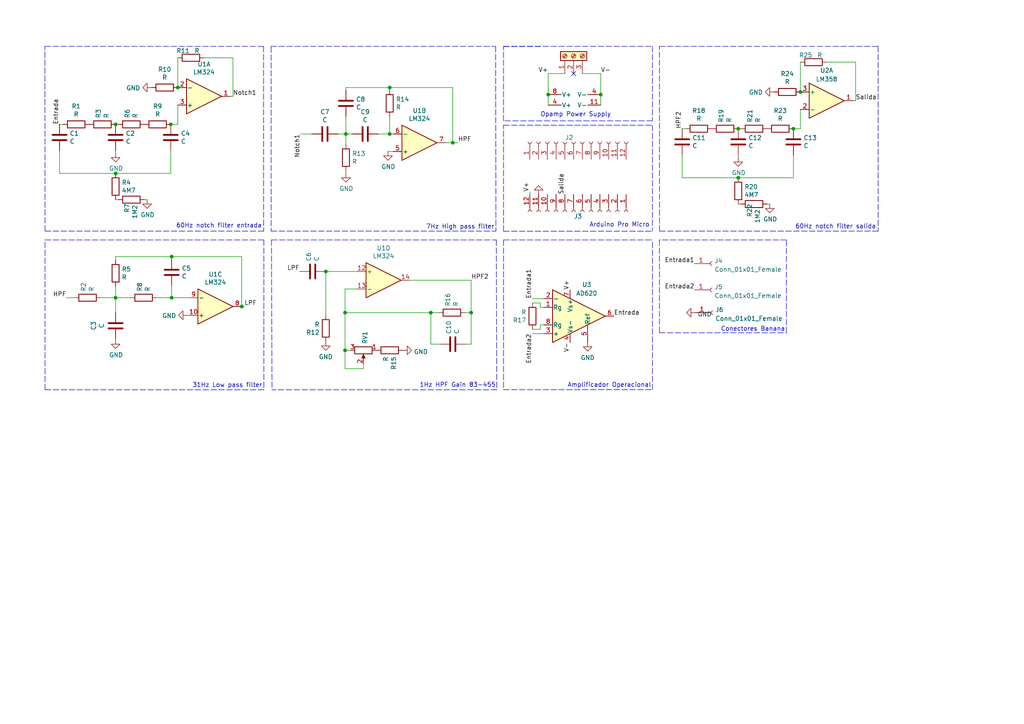
<source format=kicad_sch>
(kicad_sch (version 20211123) (generator eeschema)
  (paper "A4")
  (lib_symbols
    (symbol "Amplifier_Instrumentation:AD620" (pin_names (offset 0.127))
      (property "Reference" "U" (at 3.81 7.62 0))
      (property "Value" "AD620" (at 5.08 5.08 0))
      (symbol "AD620_0_1"
        (polyline (pts (xy -7.62 7.62) (xy -7.62 -7.62) (xy 7.62 0) (xy -7.62 7.62)) (stroke (width 0.254)) (fill (type background)))
      )
      (symbol "AD620_1_1"
        (pin passive line (at -10.16 2.54 0) (length 2.54) (name "Rg") (number "1"))
        (pin input line (at -10.16 5.08 0) (length 2.54) (name "-") (number "2"))
        (pin input line (at -10.16 -5.08 0) (length 2.54) (name "+") (number "3"))
        (pin power_in line (at -2.54 -7.62 90) (length 2.54) (name "Vs-") (number "4"))
        (pin passive line (at 2.54 -7.62 90) (length 5.08) (name "Ref") (number "5"))
        (pin output line (at 10.16 0 180) (length 2.54) (name "~") (number "6"))
        (pin power_in line (at -2.54 7.62 270) (length 2.54) (name "Vs+") (number "7"))
        (pin passive line (at -10.16 -2.54 0) (length 2.54) (name "Rg") (number "8"))
      )
    )
    (symbol "Amplifier_Operational:LM324" (pin_names (offset 0.127))
      (property "Reference" "U" (at 0 5.08 0))
      (property "Value" "LM324" (at 0 -5.08 0))
      (symbol "LM324_1_1"
        (polyline (pts (xy -5.08 5.08) (xy 5.08 0) (xy -5.08 -5.08) (xy -5.08 5.08)) (stroke (width 0.254)) (fill (type background)))
        (pin output line (at 7.62 0 180) (length 2.54) (name "~") (number "1"))
        (pin input line (at -7.62 -2.54 0) (length 2.54) (name "-") (number "2"))
        (pin input line (at -7.62 2.54 0) (length 2.54) (name "+") (number "3"))
      )
      (symbol "LM324_2_1"
        (polyline (pts (xy -5.08 5.08) (xy 5.08 0) (xy -5.08 -5.08) (xy -5.08 5.08)) (stroke (width 0.254)) (fill (type background)))
        (pin input line (at -7.62 2.54 0) (length 2.54) (name "+") (number "5"))
        (pin input line (at -7.62 -2.54 0) (length 2.54) (name "-") (number "6"))
        (pin output line (at 7.62 0 180) (length 2.54) (name "~") (number "7"))
      )
      (symbol "LM324_3_1"
        (polyline (pts (xy -5.08 5.08) (xy 5.08 0) (xy -5.08 -5.08) (xy -5.08 5.08)) (stroke (width 0.254)) (fill (type background)))
        (pin input line (at -7.62 2.54 0) (length 2.54) (name "+") (number "10"))
        (pin output line (at 7.62 0 180) (length 2.54) (name "~") (number "8"))
        (pin input line (at -7.62 -2.54 0) (length 2.54) (name "-") (number "9"))
      )
      (symbol "LM324_4_1"
        (polyline (pts (xy -5.08 5.08) (xy 5.08 0) (xy -5.08 -5.08) (xy -5.08 5.08)) (stroke (width 0.254)) (fill (type background)))
        (pin input line (at -7.62 2.54 0) (length 2.54) (name "+") (number "12"))
        (pin input line (at -7.62 -2.54 0) (length 2.54) (name "-") (number "13"))
        (pin output line (at 7.62 0 180) (length 2.54) (name "~") (number "14"))
      )
      (symbol "LM324_5_1"
        (pin power_in line (at -2.54 -7.62 90) (length 3.81) (name "V-") (number "11"))
        (pin power_in line (at -2.54 7.62 270) (length 3.81) (name "V+") (number "4"))
      )
    )
    (symbol "Amplifier_Operational:LM358" (pin_names (offset 0.127))
      (property "Reference" "U" (at 0 5.08 0))
      (property "Value" "LM358" (at 0 -5.08 0))
      (symbol "LM358_1_1"
        (polyline (pts (xy -5.08 5.08) (xy 5.08 0) (xy -5.08 -5.08) (xy -5.08 5.08)) (stroke (width 0.254)) (fill (type background)))
        (pin output line (at 7.62 0 180) (length 2.54) (name "~") (number "1"))
        (pin input line (at -7.62 -2.54 0) (length 2.54) (name "-") (number "2"))
        (pin input line (at -7.62 2.54 0) (length 2.54) (name "+") (number "3"))
      )
      (symbol "LM358_2_1"
        (polyline (pts (xy -5.08 5.08) (xy 5.08 0) (xy -5.08 -5.08) (xy -5.08 5.08)) (stroke (width 0.254)) (fill (type background)))
        (pin input line (at -7.62 2.54 0) (length 2.54) (name "+") (number "5"))
        (pin input line (at -7.62 -2.54 0) (length 2.54) (name "-") (number "6"))
        (pin output line (at 7.62 0 180) (length 2.54) (name "~") (number "7"))
      )
      (symbol "LM358_3_1"
        (pin power_in line (at -2.54 -7.62 90) (length 3.81) (name "V-") (number "4"))
        (pin power_in line (at -2.54 7.62 270) (length 3.81) (name "V+") (number "8"))
      )
    )
    (symbol "Conn_01x12_Female_1" (pin_names (offset 1.016) hide)
      (property "Reference" "J" (at 0 15.24 0))
      (property "Value" "Conn_01x12_Female_1" (at 0 -17.78 0))
      (symbol "Conn_01x12_Female_1_1_1"
        (arc (start 0 -14.732) (mid -0.508 -15.24) (end 0 -15.748) (stroke (width 0.1524)))
        (arc (start 0 -12.192) (mid -0.508 -12.7) (end 0 -13.208) (stroke (width 0.1524)))
        (arc (start 0 -9.652) (mid -0.508 -10.16) (end 0 -10.668) (stroke (width 0.1524)))
        (arc (start 0 -7.112) (mid -0.508 -7.62) (end 0 -8.128) (stroke (width 0.1524)))
        (arc (start 0 -4.572) (mid -0.508 -5.08) (end 0 -5.588) (stroke (width 0.1524)))
        (arc (start 0 -2.032) (mid -0.508 -2.54) (end 0 -3.048) (stroke (width 0.1524)))
        (polyline (pts (xy -1.27 -15.24) (xy -0.508 -15.24)) (stroke (width 0.1524)))
        (polyline (pts (xy -1.27 -12.7) (xy -0.508 -12.7)) (stroke (width 0.1524)))
        (polyline (pts (xy -1.27 -10.16) (xy -0.508 -10.16)) (stroke (width 0.1524)))
        (polyline (pts (xy -1.27 -7.62) (xy -0.508 -7.62)) (stroke (width 0.1524)))
        (polyline (pts (xy -1.27 -5.08) (xy -0.508 -5.08)) (stroke (width 0.1524)))
        (polyline (pts (xy -1.27 -2.54) (xy -0.508 -2.54)) (stroke (width 0.1524)))
        (polyline (pts (xy -1.27 0) (xy -0.508 0)) (stroke (width 0.1524)))
        (polyline (pts (xy -1.27 2.54) (xy -0.508 2.54)) (stroke (width 0.1524)))
        (polyline (pts (xy -1.27 5.08) (xy -0.508 5.08)) (stroke (width 0.1524)))
        (polyline (pts (xy -1.27 7.62) (xy -0.508 7.62)) (stroke (width 0.1524)))
        (polyline (pts (xy -1.27 10.16) (xy -0.508 10.16)) (stroke (width 0.1524)))
        (polyline (pts (xy -1.27 12.7) (xy -0.508 12.7)) (stroke (width 0.1524)))
        (arc (start 0 0.508) (mid -0.508 0) (end 0 -0.508) (stroke (width 0.1524)))
        (arc (start 0 3.048) (mid -0.508 2.54) (end 0 2.032) (stroke (width 0.1524)))
        (arc (start 0 5.588) (mid -0.508 5.08) (end 0 4.572) (stroke (width 0.1524)))
        (arc (start 0 8.128) (mid -0.508 7.62) (end 0 7.112) (stroke (width 0.1524)))
        (arc (start 0 10.668) (mid -0.508 10.16) (end 0 9.652) (stroke (width 0.1524)))
        (arc (start 0 13.208) (mid -0.508 12.7) (end 0 12.192) (stroke (width 0.1524)))
        (pin passive line (at -5.08 12.7 0) (length 3.81) (name "Pin_1") (number "1"))
        (pin passive line (at -5.08 -10.16 0) (length 3.81) (name "Pin_10") (number "10"))
        (pin passive line (at -5.08 -12.7 0) (length 3.81) (name "Pin_11") (number "11"))
        (pin passive line (at -5.08 -15.24 0) (length 3.81) (name "Pin_12") (number "12"))
        (pin passive line (at -5.08 10.16 0) (length 3.81) (name "Pin_2") (number "2"))
        (pin passive line (at -5.08 7.62 0) (length 3.81) (name "Pin_3") (number "3"))
        (pin passive line (at -5.08 5.08 0) (length 3.81) (name "Pin_4") (number "4"))
        (pin passive line (at -5.08 2.54 0) (length 3.81) (name "Pin_5") (number "5"))
        (pin passive line (at -5.08 0 0) (length 3.81) (name "Pin_6") (number "6"))
        (pin passive line (at -5.08 -2.54 0) (length 3.81) (name "Pin_7") (number "7"))
        (pin passive line (at -5.08 -5.08 0) (length 3.81) (name "Pin_8") (number "8"))
        (pin passive line (at -5.08 -7.62 0) (length 3.81) (name "Pin_9") (number "9"))
      )
    )
    (symbol "Connector:Conn_01x01_Female" (pin_names (offset 1.016) hide)
      (property "Reference" "J" (at 0 2.54 0))
      (property "Value" "Conn_01x01_Female" (at 0 -2.54 0))
      (symbol "Conn_01x01_Female_1_1"
        (polyline (pts (xy -1.27 0) (xy -0.508 0)) (stroke (width 0.1524)))
        (arc (start 0 0.508) (mid -0.508 0) (end 0 -0.508) (stroke (width 0.1524)))
        (pin passive line (at -5.08 0 0) (length 3.81) (name "Pin_1") (number "1"))
      )
    )
    (symbol "Connector:Conn_01x12_Female" (pin_names (offset 1.016) hide)
      (property "Reference" "J" (at 0 15.24 0))
      (property "Value" "Conn_01x12_Female" (at 0 -17.78 0))
      (symbol "Conn_01x12_Female_1_1"
        (arc (start 0 -14.732) (mid -0.508 -15.24) (end 0 -15.748) (stroke (width 0.1524)))
        (arc (start 0 -12.192) (mid -0.508 -12.7) (end 0 -13.208) (stroke (width 0.1524)))
        (arc (start 0 -9.652) (mid -0.508 -10.16) (end 0 -10.668) (stroke (width 0.1524)))
        (arc (start 0 -7.112) (mid -0.508 -7.62) (end 0 -8.128) (stroke (width 0.1524)))
        (arc (start 0 -4.572) (mid -0.508 -5.08) (end 0 -5.588) (stroke (width 0.1524)))
        (arc (start 0 -2.032) (mid -0.508 -2.54) (end 0 -3.048) (stroke (width 0.1524)))
        (polyline (pts (xy -1.27 -15.24) (xy -0.508 -15.24)) (stroke (width 0.1524)))
        (polyline (pts (xy -1.27 -12.7) (xy -0.508 -12.7)) (stroke (width 0.1524)))
        (polyline (pts (xy -1.27 -10.16) (xy -0.508 -10.16)) (stroke (width 0.1524)))
        (polyline (pts (xy -1.27 -7.62) (xy -0.508 -7.62)) (stroke (width 0.1524)))
        (polyline (pts (xy -1.27 -5.08) (xy -0.508 -5.08)) (stroke (width 0.1524)))
        (polyline (pts (xy -1.27 -2.54) (xy -0.508 -2.54)) (stroke (width 0.1524)))
        (polyline (pts (xy -1.27 0) (xy -0.508 0)) (stroke (width 0.1524)))
        (polyline (pts (xy -1.27 2.54) (xy -0.508 2.54)) (stroke (width 0.1524)))
        (polyline (pts (xy -1.27 5.08) (xy -0.508 5.08)) (stroke (width 0.1524)))
        (polyline (pts (xy -1.27 7.62) (xy -0.508 7.62)) (stroke (width 0.1524)))
        (polyline (pts (xy -1.27 10.16) (xy -0.508 10.16)) (stroke (width 0.1524)))
        (polyline (pts (xy -1.27 12.7) (xy -0.508 12.7)) (stroke (width 0.1524)))
        (arc (start 0 0.508) (mid -0.508 0) (end 0 -0.508) (stroke (width 0.1524)))
        (arc (start 0 3.048) (mid -0.508 2.54) (end 0 2.032) (stroke (width 0.1524)))
        (arc (start 0 5.588) (mid -0.508 5.08) (end 0 4.572) (stroke (width 0.1524)))
        (arc (start 0 8.128) (mid -0.508 7.62) (end 0 7.112) (stroke (width 0.1524)))
        (arc (start 0 10.668) (mid -0.508 10.16) (end 0 9.652) (stroke (width 0.1524)))
        (arc (start 0 13.208) (mid -0.508 12.7) (end 0 12.192) (stroke (width 0.1524)))
        (pin passive line (at -5.08 12.7 0) (length 3.81) (name "Pin_1") (number "1"))
        (pin passive line (at -5.08 -10.16 0) (length 3.81) (name "Pin_10") (number "10"))
        (pin passive line (at -5.08 -12.7 0) (length 3.81) (name "Pin_11") (number "11"))
        (pin passive line (at -5.08 -15.24 0) (length 3.81) (name "Pin_12") (number "12"))
        (pin passive line (at -5.08 10.16 0) (length 3.81) (name "Pin_2") (number "2"))
        (pin passive line (at -5.08 7.62 0) (length 3.81) (name "Pin_3") (number "3"))
        (pin passive line (at -5.08 5.08 0) (length 3.81) (name "Pin_4") (number "4"))
        (pin passive line (at -5.08 2.54 0) (length 3.81) (name "Pin_5") (number "5"))
        (pin passive line (at -5.08 0 0) (length 3.81) (name "Pin_6") (number "6"))
        (pin passive line (at -5.08 -2.54 0) (length 3.81) (name "Pin_7") (number "7"))
        (pin passive line (at -5.08 -5.08 0) (length 3.81) (name "Pin_8") (number "8"))
        (pin passive line (at -5.08 -7.62 0) (length 3.81) (name "Pin_9") (number "9"))
      )
    )
    (symbol "Connector:Screw_Terminal_01x03" (pin_names (offset 1.016) hide)
      (property "Reference" "J" (at 0 5.08 0))
      (property "Value" "Screw_Terminal_01x03" (at 0 -5.08 0))
      (symbol "Screw_Terminal_01x03_1_1"
        (rectangle (start -1.27 3.81) (end 1.27 -3.81) (stroke (width 0.254)) (fill (type background)))
        (circle (center 0 -2.54) (radius 0.635) (stroke (width 0.1524)))
        (polyline (pts (xy -0.5334 -2.2098) (xy 0.3302 -3.048)) (stroke (width 0.1524)))
        (polyline (pts (xy -0.5334 0.3302) (xy 0.3302 -0.508)) (stroke (width 0.1524)))
        (polyline (pts (xy -0.5334 2.8702) (xy 0.3302 2.032)) (stroke (width 0.1524)))
        (polyline (pts (xy -0.3556 -2.032) (xy 0.508 -2.8702)) (stroke (width 0.1524)))
        (polyline (pts (xy -0.3556 0.508) (xy 0.508 -0.3302)) (stroke (width 0.1524)))
        (polyline (pts (xy -0.3556 3.048) (xy 0.508 2.2098)) (stroke (width 0.1524)))
        (circle (center 0 0) (radius 0.635) (stroke (width 0.1524)))
        (circle (center 0 2.54) (radius 0.635) (stroke (width 0.1524)))
        (pin passive line (at -5.08 2.54 0) (length 3.81) (name "Pin_1") (number "1"))
        (pin passive line (at -5.08 0 0) (length 3.81) (name "Pin_2") (number "2"))
        (pin passive line (at -5.08 -2.54 0) (length 3.81) (name "Pin_3") (number "3"))
      )
    )
    (symbol "Device:C" (pin_numbers hide) (pin_names (offset 0.254))
      (property "Reference" "C" (at 0.635 2.54 0))
      (property "Value" "C" (at 0.635 -2.54 0))
      (symbol "C_0_1"
        (polyline (pts (xy -2.032 -0.762) (xy 2.032 -0.762)) (stroke (width 0.508)))
        (polyline (pts (xy -2.032 0.762) (xy 2.032 0.762)) (stroke (width 0.508)))
      )
      (symbol "C_1_1"
        (pin passive line (at 0 3.81 270) (length 2.794) (name "~") (number "1"))
        (pin passive line (at 0 -3.81 90) (length 2.794) (name "~") (number "2"))
      )
    )
    (symbol "Device:R" (pin_numbers hide) (pin_names (offset 0))
      (property "Reference" "R" (at 2.032 0 90))
      (property "Value" "R" (at 0 0 90))
      (symbol "R_0_1"
        (rectangle (start -1.016 -2.54) (end 1.016 2.54) (stroke (width 0.254)))
      )
      (symbol "R_1_1"
        (pin passive line (at 0 3.81 270) (length 1.27) (name "~") (number "1"))
        (pin passive line (at 0 -3.81 90) (length 1.27) (name "~") (number "2"))
      )
    )
    (symbol "Device:R_Potentiometer" (pin_names (offset 1.016) hide)
      (property "Reference" "RV" (at -4.445 0 90))
      (property "Value" "R_Potentiometer" (at -2.54 0 90))
      (symbol "R_Potentiometer_0_1"
        (polyline (pts (xy 2.54 0) (xy 1.524 0)))
        (polyline (pts (xy 1.143 0) (xy 2.286 0.508) (xy 2.286 -0.508) (xy 1.143 0)) (fill (type outline)))
        (rectangle (start 1.016 2.54) (end -1.016 -2.54) (stroke (width 0.254)))
      )
      (symbol "R_Potentiometer_1_1"
        (pin passive line (at 0 3.81 270) (length 1.27) (name "1") (number "1"))
        (pin passive line (at 3.81 0 180) (length 1.27) (name "2") (number "2"))
        (pin passive line (at 0 -3.81 90) (length 1.27) (name "3") (number "3"))
      )
    )
    (symbol "power:GND" (power) (pin_names (offset 0))
      (property "Value" "GND" (at 0 -3.81 0))
      (symbol "GND_0_1"
        (polyline (pts (xy 0 0) (xy 0 -1.27) (xy 1.27 -1.27) (xy 0 -2.54) (xy -1.27 -1.27) (xy 0 -1.27)))
      )
      (symbol "GND_1_1"
        (pin power_in line (at 0 0 270) (length 0) hide (name "GND") (number "1"))
      )
    )
  )
  (junction (at 33.528 86.36))
  (junction (at 214.122 51.562))
  (junction (at 113.03 38.862))
  (junction (at 100.076 101.6))
  (junction (at 33.528 36.068))
  (junction (at 131.318 41.402))
  (junction (at 174.244 27.432))
  (junction (at 159.004 27.432))
  (junction (at 100.076 90.678))
  (junction (at 124.968 90.678))
  (junction (at 136.652 90.678))
  (junction (at 70.104 88.9))
  (junction (at 230.124 37.338))
  (junction (at 49.784 86.36))
  (junction (at 49.784 74.422))
  (junction (at 51.562 25.4))
  (junction (at 232.156 26.67))
  (junction (at 113.03 25.4))
  (junction (at 214.122 37.338))
  (junction (at 33.528 50.292))
  (junction (at 100.33 38.862))
  (junction (at 94.488 78.74))
  (junction (at 49.53 36.068))
  (no_connect (at 166.37 21.336))
  (polyline (pts (xy 191.262 13.462) (xy 254.6858 13.462)))
  (wire (pts (xy 214.122 51.562) (xy 230.124 51.562)))
  (wire (pts (xy 174.244 21.336) (xy 168.91 21.336)))
  (polyline (pts (xy 146.05 113.03) (xy 189.23 113.03)))
  (wire (pts (xy 197.866 51.562) (xy 197.866 44.958)))
  (wire (pts (xy 230.124 44.958) (xy 230.124 51.562)))
  (wire (pts (xy 49.784 82.804) (xy 49.784 86.36)))
  (wire (pts (xy 154.432 86.614) (xy 157.734 86.614)))
  (wire (pts (xy 223.266 59.182) (xy 222.504 59.182)))
  (wire (pts (xy 135.128 99.822) (xy 136.652 99.822)))
  (polyline (pts (xy 144.0942 113.0554) (xy 78.8924 113.0554)))
  (polyline (pts (xy 254.6858 13.462) (xy 254.7112 67.0306)))
  (wire (pts (xy 112.522 43.942) (xy 114.046 43.942)))
  (wire (pts (xy 33.528 86.36) (xy 37.846 86.36)))
  (polyline (pts (xy 146.05 35.052) (xy 146.05 13.462)))
  (polyline (pts (xy 228.092 69.596) (xy 191.262 69.596)))
  (polyline (pts (xy 76.454 13.462) (xy 76.4794 67.0306)))
  (wire (pts (xy 100.076 83.82) (xy 100.076 90.678)))
  (wire (pts (xy 113.03 25.4) (xy 113.03 26.162)))
  (polyline (pts (xy 78.6384 67.0306) (xy 143.8402 67.0306)))
  (wire (pts (xy 49.784 86.36) (xy 54.864 86.36)))
  (wire (pts (xy 33.528 74.422) (xy 49.784 74.422)))
  (wire (pts (xy 29.21 86.36) (xy 33.528 86.36)))
  (wire (pts (xy 100.33 33.782) (xy 100.33 38.862)))
  (wire (pts (xy 124.968 90.678) (xy 124.968 99.822)))
  (wire (pts (xy 230.124 37.338) (xy 232.156 37.338)))
  (polyline (pts (xy 146.05 36.322) (xy 189.23 36.322)))
  (wire (pts (xy 51.562 16.764) (xy 51.562 25.4)))
  (wire (pts (xy 94.488 78.74) (xy 103.632 78.74)))
  (polyline (pts (xy 76.5302 113.0554) (xy 13.0556 113.0554)))
  (wire (pts (xy 105.41 106.934) (xy 100.076 106.934)))
  (wire (pts (xy 124.968 99.822) (xy 127.508 99.822)))
  (wire (pts (xy 174.244 21.336) (xy 174.244 27.432)))
  (wire (pts (xy 33.528 43.688) (xy 33.528 44.45)))
  (wire (pts (xy 49.784 74.422) (xy 49.784 75.184)))
  (wire (pts (xy 197.866 51.562) (xy 214.122 51.562)))
  (wire (pts (xy 159.004 21.336) (xy 159.004 27.432)))
  (wire (pts (xy 129.286 41.402) (xy 131.318 41.402)))
  (wire (pts (xy 247.396 29.21) (xy 248.158 29.21)))
  (polyline (pts (xy 13.0556 67.0306) (xy 13.0302 13.462)))
  (polyline (pts (xy 189.23 35.052) (xy 146.05 35.052)))
  (wire (pts (xy 100.33 38.862) (xy 100.33 41.91)))
  (wire (pts (xy 131.318 41.402) (xy 132.842 41.402)))
  (wire (pts (xy 33.528 50.292) (xy 49.53 50.292)))
  (wire (pts (xy 157.734 89.154) (xy 156.718 89.154)))
  (wire (pts (xy 66.802 27.94) (xy 67.564 27.94)))
  (wire (pts (xy 174.244 30.48) (xy 174.244 27.432)))
  (wire (pts (xy 153.67 55.626) (xy 153.67 56.388)))
  (polyline (pts (xy 189.23 36.322) (xy 189.23 67.056)))
  (polyline (pts (xy 228.092 96.52) (xy 228.092 69.596)))
  (wire (pts (xy 33.528 75.438) (xy 33.528 74.422)))
  (wire (pts (xy 17.272 36.068) (xy 18.288 36.068)))
  (wire (pts (xy 159.004 27.432) (xy 159.004 30.48)))
  (polyline (pts (xy 191.262 96.52) (xy 228.092 96.52)))
  (wire (pts (xy 113.03 38.862) (xy 114.046 38.862)))
  (polyline (pts (xy 13.0302 13.462) (xy 76.454 13.462)))
  (wire (pts (xy 131.318 25.4) (xy 131.318 41.402)))
  (wire (pts (xy 17.272 50.292) (xy 33.528 50.292)))
  (polyline (pts (xy 76.5302 69.596) (xy 76.5302 113.0554)))
  (wire (pts (xy 100.076 90.678) (xy 124.968 90.678)))
  (wire (pts (xy 105.41 105.41) (xy 105.41 106.934)))
  (polyline (pts (xy 143.764 13.462) (xy 143.8402 67.0306)))
  (wire (pts (xy 156.718 87.884) (xy 154.432 87.884)))
  (wire (pts (xy 136.652 90.678) (xy 136.652 81.28)))
  (wire (pts (xy 54.356 91.44) (xy 54.864 91.44)))
  (polyline (pts (xy 191.2874 67.0306) (xy 191.262 13.462)))
  (wire (pts (xy 42.672 57.912) (xy 41.91 57.912)))
  (wire (pts (xy 248.158 18.034) (xy 248.158 29.21)))
  (wire (pts (xy 134.874 90.678) (xy 136.652 90.678)))
  (wire (pts (xy 100.076 83.82) (xy 103.632 83.82)))
  (polyline (pts (xy 146.05 69.596) (xy 146.05 113.03)))
  (polyline (pts (xy 78.74 69.596) (xy 78.8924 113.0554)))
  (wire (pts (xy 157.734 94.234) (xy 156.718 94.234)))
  (wire (pts (xy 49.53 43.688) (xy 49.53 50.292)))
  (wire (pts (xy 232.156 18.034) (xy 232.156 26.67)))
  (polyline (pts (xy 146.05 67.056) (xy 146.05 36.322)))
  (wire (pts (xy 100.076 90.678) (xy 100.076 101.6)))
  (polyline (pts (xy 76.4794 67.0306) (xy 13.0556 67.0306)))
  (polyline (pts (xy 189.23 113.03) (xy 189.23 69.596)))
  (polyline (pts (xy 146.05 13.462) (xy 156.718 13.462)))
  (wire (pts (xy 94.488 78.74) (xy 94.488 91.44)))
  (wire (pts (xy 34.29 57.912) (xy 33.528 57.912)))
  (polyline (pts (xy 78.74 69.596) (xy 143.9418 69.596)))
  (wire (pts (xy 214.122 44.958) (xy 214.122 45.72)))
  (wire (pts (xy 100.33 49.53) (xy 100.33 50.292)))
  (wire (pts (xy 154.432 96.774) (xy 157.734 96.774)))
  (wire (pts (xy 156.718 89.154) (xy 156.718 87.884)))
  (wire (pts (xy 33.528 36.068) (xy 34.29 36.068)))
  (polyline (pts (xy 78.5876 13.462) (xy 143.764 13.462)))
  (wire (pts (xy 49.53 36.068) (xy 51.562 36.068)))
  (wire (pts (xy 33.528 98.298) (xy 33.528 98.552)))
  (wire (pts (xy 17.272 50.292) (xy 17.272 43.688)))
  (wire (pts (xy 45.466 86.36) (xy 49.784 86.36)))
  (wire (pts (xy 100.33 25.4) (xy 113.03 25.4)))
  (wire (pts (xy 163.83 21.336) (xy 159.004 21.336)))
  (wire (pts (xy 136.652 90.678) (xy 136.652 99.822)))
  (wire (pts (xy 214.122 37.338) (xy 214.884 37.338)))
  (wire (pts (xy 98.044 38.862) (xy 100.33 38.862)))
  (polyline (pts (xy 254.7112 67.0306) (xy 191.2874 67.0306)))
  (wire (pts (xy 248.158 18.034) (xy 239.776 18.034)))
  (wire (pts (xy 70.104 88.9) (xy 70.866 88.9)))
  (polyline (pts (xy 146.05 67.056) (xy 189.23 67.056)))
  (wire (pts (xy 124.968 90.678) (xy 127.254 90.678)))
  (wire (pts (xy 70.104 74.422) (xy 70.104 88.9)))
  (wire (pts (xy 214.884 59.182) (xy 214.122 59.182)))
  (polyline (pts (xy 78.6384 13.5636) (xy 78.6384 67.0306)))
  (polyline (pts (xy 146.05 13.462) (xy 189.23 13.462)))
  (wire (pts (xy 51.562 30.48) (xy 51.562 36.068)))
  (wire (pts (xy 232.156 31.75) (xy 232.156 37.338)))
  (polyline (pts (xy 13.0556 113.0554) (xy 13.0556 69.596)))
  (wire (pts (xy 49.784 74.422) (xy 70.104 74.422)))
  (polyline (pts (xy 13.0556 69.596) (xy 76.5048 69.596)))
  (wire (pts (xy 113.03 25.4) (xy 131.318 25.4)))
  (wire (pts (xy 113.03 33.782) (xy 113.03 38.862)))
  (wire (pts (xy 197.866 37.338) (xy 198.882 37.338)))
  (wire (pts (xy 19.2278 86.36) (xy 21.59 86.36)))
  (wire (pts (xy 90.424 38.862) (xy 87.249 38.862)))
  (wire (pts (xy 100.33 25.4) (xy 100.33 26.162)))
  (polyline (pts (xy 189.23 13.462) (xy 189.23 35.052)))
  (wire (pts (xy 33.528 83.058) (xy 33.528 86.36)))
  (wire (pts (xy 154.432 95.504) (xy 156.718 95.504)))
  (wire (pts (xy 156.718 94.234) (xy 156.718 95.504)))
  (wire (pts (xy 33.528 86.36) (xy 33.528 90.678)))
  (polyline (pts (xy 143.9418 69.596) (xy 144.0942 113.0554)))
  (wire (pts (xy 67.564 16.764) (xy 67.564 27.94)))
  (wire (pts (xy 100.076 106.934) (xy 100.076 101.6)))
  (polyline (pts (xy 191.262 69.596) (xy 191.262 96.52)))
  (wire (pts (xy 136.652 81.28) (xy 118.872 81.28)))
  (wire (pts (xy 109.728 38.862) (xy 113.03 38.862)))
  (wire (pts (xy 100.076 101.6) (xy 101.6 101.6)))
  (wire (pts (xy 100.33 38.862) (xy 102.108 38.862)))
  (polyline (pts (xy 146.05 69.596) (xy 189.23 69.596)))
  (wire (pts (xy 67.564 16.764) (xy 59.182 16.764)))
  (text "Conectores Banana\n" (at 209.042 96.266 0) (effects (font (size 1.27 1.27)) (justify left bottom)))
  (text "7Hz High pass filter" (at 123.571 66.6242 0) (effects (font (size 1.27 1.27)) (justify left bottom)))
  (text "Opamp Power Supply\n" (at 156.718 34.036 0) (effects (font (size 1.27 1.27)) (justify left bottom)))
  (text "Arduino Pro Micro\n" (at 170.942 66.04 0) (effects (font (size 1.27 1.27)) (justify left bottom)))
  (text "31Hz Low pass filter" (at 55.7784 112.5728 0) (effects (font (size 1.27 1.27)) (justify left bottom)))
  (text "60Hz notch filter entrada\n" (at 51.054 66.294 0) (effects (font (size 1.27 1.27)) (justify left bottom)))
  (text "60Hz notch filter salida\n" (at 230.632 66.548 0) (effects (font (size 1.27 1.27)) (justify left bottom)))
  (text "1Hz HPF Gain 83-455" (at 121.666 112.522 0) (effects (font (size 1.27 1.27)) (justify left bottom)))
  (text "Amplificador Operacional\n" (at 164.592 112.522 0) (effects (font (size 1.27 1.27)) (justify left bottom)))
  (label "V+" (at 153.67 55.626 90))
  (label "Entrada" (at 17.272 36.068 90))
  (label "Salida" (at 248.158 29.21 0))
  (label "Entrada2" (at 154.432 96.774 270))
  (label "Entrada2" (at 201.422 84.074 180))
  (label "Entrada1" (at 201.422 76.454 180))
  (label "LPF" (at 70.866 88.9 0))
  (label "Salida" (at 163.83 56.388 90))
  (label "V-" (at 174.244 21.336 0))
  (label "HPF" (at 19.2278 86.36 180))
  (label "Notch1" (at 67.564 27.94 0))
  (label "HPF2" (at 197.866 37.338 90))
  (label "Entrada1" (at 154.432 86.614 90))
  (label "Notch1" (at 87.249 38.862 270))
  (label "V+" (at 165.354 84.074 90))
  (label "V+" (at 159.004 21.336 180))
  (label "LPF" (at 86.868 78.74 180))
  (label "V-" (at 165.354 99.314 270))
  (label "HPF2" (at 136.652 81.28 0))
  (label "HPF" (at 132.842 41.402 0))
  (label "Entrada" (at 178.054 91.694 0))
  (symbol (lib_id "Amplifier_Operational:LM324") (at 59.182 27.94 0) (mirror x) (unit 1)
    (property "Reference" "U1" (at 59.182 18.6182 0))
    (property "Value" "LM324" (at 59.182 20.9296 0))
    (property "Footprint" "Package_DIP:DIP-14_W7.62mm" (effects hide))
    (property "Datasheet" "http://www.ti.com/lit/ds/symlink/lm2902-n.pdf" (effects hide))
  )
  (symbol (lib_id "Amplifier_Operational:LM324") (at 121.666 41.402 0) (mirror x) (unit 2)
    (property "Reference" "U1" (at 121.666 32.0802 0))
    (property "Value" "LM324" (at 121.666 34.3916 0))
    (property "Footprint" "Package_DIP:DIP-14_W7.62mm" (effects hide))
    (property "Datasheet" "http://www.ti.com/lit/ds/symlink/lm2902-n.pdf" (effects hide))
  )
  (symbol (lib_id "Amplifier_Operational:LM324") (at 62.484 88.9 0) (mirror x) (unit 3)
    (property "Reference" "U1" (at 62.484 79.5782 0))
    (property "Value" "LM324" (at 62.484 81.8896 0))
    (property "Footprint" "Package_DIP:DIP-14_W7.62mm" (effects hide))
    (property "Datasheet" "http://www.ti.com/lit/ds/symlink/lm2902-n.pdf" (effects hide))
  )
  (symbol (lib_id "Amplifier_Operational:LM324") (at 111.252 81.28 0) (unit 4)
    (property "Reference" "U1" (at 111.252 71.9582 0))
    (property "Value" "LM324" (at 111.252 74.2696 0))
    (property "Footprint" "Package_DIP:DIP-14_W7.62mm" (effects hide))
    (property "Datasheet" "http://www.ti.com/lit/ds/symlink/lm2902-n.pdf" (effects hide))
  )
  (symbol (lib_id "Amplifier_Operational:LM324") (at 166.624 27.94 90) (unit 5)
    (property "Reference" "U1" (effects hide))
    (property "Value" "LM324" (effects hide))
    (property "Footprint" "Package_DIP:DIP-14_W7.62mm" (effects hide))
    (property "Datasheet" "http://www.ti.com/lit/ds/symlink/lm2902-n.pdf" (effects hide))
  )
  (symbol (lib_id "Device:R") (at 22.098 36.068 90) (unit 1)
    (property "Reference" "R1" (at 22.098 30.8102 90))
    (property "Value" "R" (at 22.098 33.1216 90))
    (property "Footprint" "Resistor_THT:R_Axial_DIN0207_L6.3mm_D2.5mm_P10.16mm_Horizontal" (effects hide))
  )
  (symbol (lib_id "Device:C") (at 17.272 39.878 0) (unit 1)
    (property "Reference" "C1" (at 20.193 38.7096 0) (effects (justify left)))
    (property "Value" "C" (at 20.193 41.021 0) (effects (justify left)))
    (property "Footprint" "Capacitor_THT:C_Disc_D6.0mm_W2.5mm_P5.00mm" (effects hide))
  )
  (symbol (lib_id "Device:R") (at 45.72 36.068 90) (unit 1)
    (property "Reference" "R9" (at 45.72 30.8102 90))
    (property "Value" "R" (at 45.72 33.1216 90))
    (property "Footprint" "Resistor_THT:R_Axial_DIN0207_L6.3mm_D2.5mm_P10.16mm_Horizontal" (effects hide))
  )
  (symbol (lib_id "Device:R") (at 33.528 54.102 0) (unit 1)
    (property "Reference" "R4" (at 35.306 52.9336 0) (effects (justify left)))
    (property "Value" "4M7" (at 35.306 55.245 0) (effects (justify left)))
    (property "Footprint" "Resistor_THT:R_Axial_DIN0207_L6.3mm_D2.5mm_P10.16mm_Horizontal" (effects hide))
  )
  (symbol (lib_id "Device:C") (at 33.528 39.878 0) (unit 1)
    (property "Reference" "C2" (at 36.449 38.7096 0) (effects (justify left)))
    (property "Value" "C" (at 36.449 41.021 0) (effects (justify left)))
    (property "Footprint" "Capacitor_THT:C_Disc_D6.0mm_W2.5mm_P5.00mm" (effects hide))
  )
  (symbol (lib_id "Device:C") (at 49.53 39.878 0) (unit 1)
    (property "Reference" "C4" (at 52.451 38.7096 0) (effects (justify left)))
    (property "Value" "C" (at 52.451 41.021 0) (effects (justify left)))
    (property "Footprint" "Capacitor_THT:C_Disc_D6.0mm_W2.5mm_P5.00mm" (effects hide))
  )
  (symbol (lib_id "power:GND") (at 33.528 44.45 0) (unit 1)
    (property "Reference" "#PWR01" (effects hide))
    (property "Value" "GND" (at 33.655 48.8442 0))
  )
  (symbol (lib_id "power:GND") (at 42.672 57.912 0) (unit 1)
    (property "Reference" "#PWR03" (effects hide))
    (property "Value" "GND" (at 42.799 62.3062 0))
  )
  (symbol (lib_id "Device:R") (at 47.752 25.4 90) (unit 1)
    (property "Reference" "R10" (at 47.752 20.1422 90))
    (property "Value" "R" (at 47.752 22.4536 90))
    (property "Footprint" "Resistor_THT:R_Axial_DIN0207_L6.3mm_D2.5mm_P10.16mm_Horizontal" (effects hide))
  )
  (symbol (lib_id "power:GND") (at 43.942 25.4 270) (unit 1)
    (property "Reference" "#PWR04" (effects hide))
    (property "Value" "GND" (at 40.6908 25.527 90) (effects (justify right)))
  )
  (symbol (lib_id "Device:R") (at 55.372 16.764 90) (unit 1)
    (property "Reference" "R11" (at 53.086 14.732 90))
    (property "Value" "R" (at 57.15 14.732 90))
    (property "Footprint" "Resistor_THT:R_Axial_DIN0207_L6.3mm_D2.5mm_P10.16mm_Horizontal" (effects hide))
  )
  (symbol (lib_id "Device:R") (at 100.33 45.72 0) (unit 1)
    (property "Reference" "R13" (at 102.108 44.5516 0) (effects (justify left)))
    (property "Value" "R" (at 102.108 46.863 0) (effects (justify left)))
    (property "Footprint" "Resistor_THT:R_Axial_DIN0207_L6.3mm_D2.5mm_P10.16mm_Horizontal" (effects hide))
  )
  (symbol (lib_id "Device:C") (at 94.234 38.862 90) (unit 1)
    (property "Reference" "C7" (at 94.234 32.4612 90))
    (property "Value" "C" (at 94.234 34.7726 90))
    (property "Footprint" "Capacitor_THT:C_Rect_L10.3mm_W5.7mm_P7.50mm_MKS4" (effects hide))
  )
  (symbol (lib_id "Device:R") (at 113.03 29.972 0) (unit 1)
    (property "Reference" "R14" (at 114.808 28.8036 0) (effects (justify left)))
    (property "Value" "R" (at 114.808 31.115 0) (effects (justify left)))
    (property "Footprint" "Resistor_THT:R_Axial_DIN0207_L6.3mm_D2.5mm_P10.16mm_Horizontal" (effects hide))
  )
  (symbol (lib_id "Device:C") (at 100.33 29.972 180) (unit 1)
    (property "Reference" "C8" (at 103.251 28.8036 0) (effects (justify right)))
    (property "Value" "C" (at 103.251 31.115 0) (effects (justify right)))
    (property "Footprint" "Capacitor_THT:C_Rect_L10.3mm_W5.7mm_P7.50mm_MKS4" (effects hide))
  )
  (symbol (lib_id "Device:C") (at 105.918 38.862 90) (unit 1)
    (property "Reference" "C9" (at 105.918 32.4612 90))
    (property "Value" "C" (at 105.918 34.7726 90))
    (property "Footprint" "Capacitor_THT:C_Rect_L10.3mm_W5.7mm_P7.50mm_MKS4" (effects hide))
  )
  (symbol (lib_id "power:GND") (at 100.33 50.292 0) (unit 1)
    (property "Reference" "#PWR07" (effects hide))
    (property "Value" "GND" (at 100.457 54.6862 0))
  )
  (symbol (lib_id "power:GND") (at 112.522 43.942 0) (unit 1)
    (property "Reference" "#PWR08" (effects hide))
    (property "Value" "GND" (at 112.649 48.3362 0))
  )
  (symbol (lib_id "Device:R") (at 25.4 86.36 90) (unit 1)
    (property "Reference" "R2" (at 24.2316 84.582 0) (effects (justify left)))
    (property "Value" "R" (at 26.543 84.582 0) (effects (justify left)))
    (property "Footprint" "Resistor_THT:R_Axial_DIN0207_L6.3mm_D2.5mm_P10.16mm_Horizontal" (effects hide))
  )
  (symbol (lib_id "Device:C") (at 33.528 94.488 180) (unit 1)
    (property "Reference" "C3" (at 27.1272 94.488 90))
    (property "Value" "C" (at 29.4386 94.488 90))
    (property "Footprint" "Capacitor_THT:C_Disc_D6.0mm_W4.4mm_P5.00mm" (effects hide))
  )
  (symbol (lib_id "Device:R") (at 33.528 79.248 0) (unit 1)
    (property "Reference" "R5" (at 35.306 78.0796 0) (effects (justify left)))
    (property "Value" "R" (at 35.306 80.391 0) (effects (justify left)))
    (property "Footprint" "Resistor_THT:R_Axial_DIN0207_L6.3mm_D2.5mm_P10.16mm_Horizontal" (effects hide))
  )
  (symbol (lib_id "Device:R") (at 41.656 86.36 90) (unit 1)
    (property "Reference" "R8" (at 40.4876 84.582 0) (effects (justify left)))
    (property "Value" "R" (at 42.799 84.582 0) (effects (justify left)))
    (property "Footprint" "Resistor_THT:R_Axial_DIN0207_L6.3mm_D2.5mm_P10.16mm_Horizontal" (effects hide))
  )
  (symbol (lib_id "Device:C") (at 49.784 78.994 180) (unit 1)
    (property "Reference" "C5" (at 52.705 77.8256 0) (effects (justify right)))
    (property "Value" "C" (at 52.705 80.137 0) (effects (justify right)))
    (property "Footprint" "Capacitor_THT:C_Rect_L7.0mm_W4.5mm_P5.00mm" (effects hide))
  )
  (symbol (lib_id "power:GND") (at 33.528 98.552 0) (unit 1)
    (property "Reference" "#PWR02" (effects hide))
    (property "Value" "GND" (at 33.655 102.9462 0))
  )
  (symbol (lib_id "power:GND") (at 54.356 91.44 270) (unit 1)
    (property "Reference" "#PWR05" (effects hide))
    (property "Value" "GND" (at 51.1048 91.567 90) (effects (justify right)))
  )
  (symbol (lib_id "Connector:Screw_Terminal_01x03") (at 166.37 16.256 90) (unit 1)
    (property "Reference" "J1" (effects hide))
    (property "Value" "Screw_Terminal_01x03" (effects hide))
    (property "Footprint" "TerminalBlock:TerminalBlock_bornier-3_P5.08mm" (effects hide))
  )
  (symbol (lib_id "power:GND") (at 201.676 90.678 270) (unit 1)
    (property "Reference" "#PWR012" (effects hide))
    (property "Value" "GND" (at 202.311 91.1118 90) (effects (justify left)))
  )
  (symbol (lib_id "power:GND") (at 94.488 99.06 0) (unit 1)
    (property "Reference" "#PWR06" (effects hide))
    (property "Value" "GND" (at 94.488 103.5034 0))
  )
  (symbol (lib_id "Device:R") (at 29.718 36.068 90) (unit 1)
    (property "Reference" "R3" (at 28.5496 34.29 0) (effects (justify left)))
    (property "Value" "R" (at 30.861 34.29 0) (effects (justify left)))
    (property "Footprint" "Resistor_THT:R_Axial_DIN0207_L6.3mm_D2.5mm_P10.16mm_Horizontal" (effects hide))
  )
  (symbol (lib_id "Device:R") (at 218.694 59.182 90) (unit 1)
    (property "Reference" "R22" (at 217.424 62.992 0) (effects (justify left)))
    (property "Value" "1M2" (at 219.71 64.77 0) (effects (justify left)))
    (property "Footprint" "Resistor_THT:R_Axial_DIN0207_L6.3mm_D2.5mm_P10.16mm_Horizontal" (effects hide))
  )
  (symbol (lib_id "Connector:Conn_01x12_Female") (at 168.91 61.468 270) (unit 1)
    (property "Reference" "J3" (at 167.64 62.738 90))
    (property "Value" "Conn_01x12_Female" (effects hide))
    (property "Footprint" "Connector_PinSocket_2.54mm:PinSocket_1x12_P2.54mm_Vertical" (effects hide))
  )
  (symbol (lib_id "Device:R") (at 228.346 26.67 90) (unit 1)
    (property "Reference" "R24" (at 228.346 21.4122 90))
    (property "Value" "R" (at 228.346 23.7236 90))
    (property "Footprint" "Resistor_THT:R_Axial_DIN0207_L6.3mm_D2.5mm_P10.16mm_Horizontal" (effects hide))
  )
  (symbol (lib_id "Device:C") (at 230.124 41.148 0) (unit 1)
    (property "Reference" "C13" (at 233.045 39.9796 0) (effects (justify left)))
    (property "Value" "C" (at 233.045 42.291 0) (effects (justify left)))
    (property "Footprint" "Capacitor_THT:C_Disc_D6.0mm_W2.5mm_P5.00mm" (effects hide))
  )
  (symbol (lib_id "Device:C") (at 197.866 41.148 0) (unit 1)
    (property "Reference" "C11" (at 200.787 39.9796 0) (effects (justify left)))
    (property "Value" "C" (at 200.787 42.291 0) (effects (justify left)))
    (property "Footprint" "Capacitor_THT:C_Disc_D6.0mm_W2.5mm_P5.00mm" (effects hide))
  )
  (symbol (lib_id "Device:R") (at 94.488 95.25 180) (unit 1)
    (property "Reference" "R12" (at 92.71 96.4184 0) (effects (justify left)))
    (property "Value" "R" (at 92.71 94.107 0) (effects (justify left)))
    (property "Footprint" "Resistor_THT:R_Axial_DIN0207_L6.3mm_D2.5mm_P10.16mm_Horizontal" (effects hide))
  )
  (symbol (lib_id "power:GND") (at 170.434 99.314 0) (unit 1)
    (property "Reference" "#PWR011" (effects hide))
    (property "Value" "GND" (at 170.434 103.7574 0))
  )
  (symbol (lib_id "Connector:Conn_01x01_Female") (at 206.502 84.074 0) (unit 1)
    (property "Reference" "J5" (at 207.2132 83.2393 0) (effects (justify left)))
    (property "Value" "Conn_01x01_Female" (at 207.2132 85.7762 0) (effects (justify left)))
    (property "Footprint" "Connector:Banana_Jack_1Pin" (effects hide))
  )
  (symbol (lib_id "Amplifier_Operational:LM358") (at 166.624 24.892 90) (unit 3)
    (property "Reference" "U2" (effects hide))
    (property "Value" "LM358" (effects hide))
    (property "Footprint" "Package_DIP:DIP-8_W7.62mm" (effects hide))
    (property "Datasheet" "http://www.ti.com/lit/ds/symlink/lm2904-n.pdf" (effects hide))
  )
  (symbol (lib_id "Device:C") (at 131.318 99.822 90) (unit 1)
    (property "Reference" "C10" (at 130.1496 96.901 0) (effects (justify left)))
    (property "Value" "C" (at 132.461 96.901 0) (effects (justify left)))
    (property "Footprint" "Capacitor_THT:C_Disc_D6.0mm_W4.4mm_P5.00mm" (effects hide))
  )
  (symbol (lib_id "Amplifier_Operational:LM358") (at 239.776 29.21 0) (unit 1)
    (property "Reference" "U2" (at 239.776 20.4302 0))
    (property "Value" "LM358" (at 239.776 22.9671 0))
    (property "Datasheet" "http://www.ti.com/lit/ds/symlink/lm2904-n.pdf" (effects hide))
  )
  (symbol (lib_id "Device:C") (at 214.122 41.148 0) (unit 1)
    (property "Reference" "C12" (at 217.043 39.9796 0) (effects (justify left)))
    (property "Value" "C" (at 217.043 42.291 0) (effects (justify left)))
    (property "Footprint" "Capacitor_THT:C_Disc_D6.0mm_W2.5mm_P5.00mm" (effects hide))
  )
  (symbol (lib_id "power:GND") (at 116.84 101.6 90) (unit 1)
    (property "Reference" "#PWR09" (effects hide))
    (property "Value" "GND" (at 120.015 102.0338 90) (effects (justify right)))
  )
  (symbol (lib_id "Device:R") (at 131.064 90.678 90) (unit 1)
    (property "Reference" "R16" (at 129.8956 88.9 0) (effects (justify left)))
    (property "Value" "R" (at 132.207 88.9 0) (effects (justify left)))
    (property "Footprint" "Resistor_THT:R_Axial_DIN0207_L6.3mm_D2.5mm_P10.16mm_Horizontal" (effects hide))
  )
  (symbol (lib_id "Device:R") (at 214.122 55.372 0) (unit 1)
    (property "Reference" "R20" (at 215.9 54.2036 0) (effects (justify left)))
    (property "Value" "4M7" (at 215.9 56.515 0) (effects (justify left)))
    (property "Footprint" "Resistor_THT:R_Axial_DIN0207_L6.3mm_D2.5mm_P10.16mm_Horizontal" (effects hide))
  )
  (symbol (lib_id "Device:R") (at 235.966 18.034 90) (unit 1)
    (property "Reference" "R25" (at 233.68 16.002 90))
    (property "Value" "R" (at 237.744 16.002 90))
    (property "Footprint" "Resistor_THT:R_Axial_DIN0207_L6.3mm_D2.5mm_P10.16mm_Horizontal" (effects hide))
  )
  (symbol (lib_name "Conn_01x12_Female_1") (lib_id "Connector:Conn_01x12_Female") (at 166.37 41.148 90) (unit 1)
    (property "Reference" "J2" (at 165.1 39.878 90))
    (property "Value" "Conn_01x12_Female" (effects hide))
    (property "Footprint" "Connector_PinSocket_2.54mm:PinSocket_1x12_P2.54mm_Vertical" (effects hide))
  )
  (symbol (lib_id "Amplifier_Instrumentation:AD620") (at 167.894 91.694 0) (unit 1)
    (property "Reference" "U3" (at 170.18 82.55 0))
    (property "Value" "AD620" (at 170.18 85.0869 0))
    (property "Footprint" "Package_DIP:DIP-8_W7.62mm" (effects hide))
    (property "Datasheet" "https://www.analog.com/media/en/technical-documentation/data-sheets/AD620.pdf" (effects hide))
  )
  (symbol (lib_id "Device:R") (at 202.692 37.338 90) (unit 1)
    (property "Reference" "R18" (at 202.692 32.0802 90))
    (property "Value" "R" (at 202.692 34.3916 90))
    (property "Footprint" "Resistor_THT:R_Axial_DIN0207_L6.3mm_D2.5mm_P10.16mm_Horizontal" (effects hide))
  )
  (symbol (lib_id "Device:R") (at 38.1 36.068 90) (unit 1)
    (property "Reference" "R6" (at 36.9316 34.29 0) (effects (justify left)))
    (property "Value" "R" (at 39.243 34.29 0) (effects (justify left)))
    (property "Footprint" "Resistor_THT:R_Axial_DIN0207_L6.3mm_D2.5mm_P10.16mm_Horizontal" (effects hide))
  )
  (symbol (lib_id "Device:R") (at 113.03 101.6 270) (unit 1)
    (property "Reference" "R15" (at 114.1984 103.378 0) (effects (justify left)))
    (property "Value" "R" (at 111.887 103.378 0) (effects (justify left)))
    (property "Footprint" "Resistor_THT:R_Axial_DIN0207_L6.3mm_D2.5mm_P10.16mm_Horizontal" (effects hide))
  )
  (symbol (lib_id "Device:R_Potentiometer") (at 105.41 101.6 270) (unit 1)
    (property "Reference" "RV1" (at 105.8438 99.822 0) (effects (justify right)))
    (property "Value" "R_Potentiometer" (effects hide))
    (property "Footprint" "Potentiometer_THT:Potentiometer_Bourns_3266W_Vertical" (effects hide))
  )
  (symbol (lib_id "Device:R") (at 226.314 37.338 90) (unit 1)
    (property "Reference" "R23" (at 226.314 32.0802 90))
    (property "Value" "R" (at 226.314 34.3916 90))
    (property "Footprint" "Resistor_THT:R_Axial_DIN0207_L6.3mm_D2.5mm_P10.16mm_Horizontal" (effects hide))
  )
  (symbol (lib_id "power:GND") (at 224.536 26.67 270) (unit 1)
    (property "Reference" "#PWR015" (effects hide))
    (property "Value" "GND" (at 221.2848 26.797 90) (effects (justify right)))
  )
  (symbol (lib_id "power:GND") (at 223.266 59.182 0) (unit 1)
    (property "Reference" "#PWR014" (effects hide))
    (property "Value" "GND" (at 223.393 63.5762 0))
  )
  (symbol (lib_id "Connector:Conn_01x01_Female") (at 206.502 76.454 0) (unit 1)
    (property "Reference" "J4" (at 207.2132 75.6193 0) (effects (justify left)))
    (property "Value" "Conn_01x01_Female" (at 207.2132 78.1562 0) (effects (justify left)))
    (property "Footprint" "Connector:Banana_Jack_1Pin" (effects hide))
  )
  (symbol (lib_id "Connector:Conn_01x01_Female") (at 206.756 90.678 0) (unit 1)
    (property "Reference" "J6" (at 207.4672 89.8433 0) (effects (justify left)))
    (property "Value" "Conn_01x01_Female" (at 207.4672 92.3802 0) (effects (justify left)))
    (property "Footprint" "Connector:Banana_Jack_1Pin" (effects hide))
  )
  (symbol (lib_id "Device:R") (at 154.432 91.694 180) (unit 1)
    (property "Reference" "R17" (at 152.654 92.8624 0) (effects (justify left)))
    (property "Value" "R" (at 152.654 90.551 0) (effects (justify left)))
    (property "Footprint" "Resistor_THT:R_Axial_DIN0207_L6.3mm_D2.5mm_P10.16mm_Horizontal" (effects hide))
  )
  (symbol (lib_id "Device:R") (at 210.312 37.338 90) (unit 1)
    (property "Reference" "R19" (at 209.1436 35.56 0) (effects (justify left)))
    (property "Value" "R" (at 211.455 35.56 0) (effects (justify left)))
    (property "Footprint" "Resistor_THT:R_Axial_DIN0207_L6.3mm_D2.5mm_P10.16mm_Horizontal" (effects hide))
  )
  (symbol (lib_id "Device:C") (at 90.678 78.74 90) (unit 1)
    (property "Reference" "C6" (at 89.5096 75.819 0) (effects (justify left)))
    (property "Value" "C" (at 91.821 75.819 0) (effects (justify left)))
    (property "Footprint" "Capacitor_THT:C_Disc_D6.0mm_W4.4mm_P5.00mm" (effects hide))
  )
  (symbol (lib_id "power:GND") (at 156.21 56.388 180) (unit 1)
    (property "Reference" "#PWR010" (effects hide))
    (property "Value" "GND" (effects hide))
  )
  (symbol (lib_id "power:GND") (at 214.122 45.72 0) (unit 1)
    (property "Reference" "#PWR013" (effects hide))
    (property "Value" "GND" (at 214.249 50.1142 0))
  )
  (symbol (lib_id "Device:R") (at 38.1 57.912 90) (unit 1)
    (property "Reference" "R7" (at 36.83 61.722 0) (effects (justify left)))
    (property "Value" "1M2" (at 39.116 63.5 0) (effects (justify left)))
    (property "Footprint" "Resistor_THT:R_Axial_DIN0207_L6.3mm_D2.5mm_P10.16mm_Horizontal" (effects hide))
  )
  (symbol (lib_id "Device:R") (at 218.694 37.338 90) (unit 1)
    (property "Reference" "R21" (at 217.5256 35.56 0) (effects (justify left)))
    (property "Value" "R" (at 219.837 35.56 0) (effects (justify left)))
    (property "Footprint" "Resistor_THT:R_Axial_DIN0207_L6.3mm_D2.5mm_P10.16mm_Horizontal" (effects hide))
  )
)
</source>
